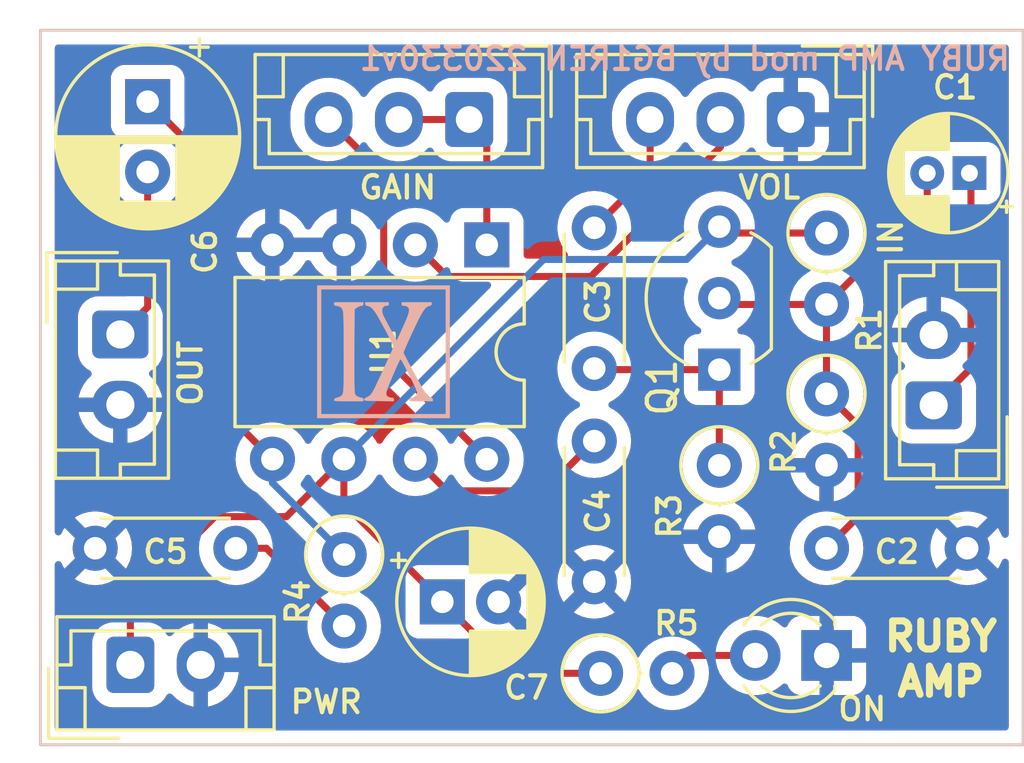
<source format=kicad_pcb>
(kicad_pcb (version 20211014) (generator pcbnew)
  (layers (0 "F.Cu" signal) (31 "B.Cu" signal) (34 "B.Paste" user) (35 "F.Paste" user) (36 "B.SilkS" user "B.Silkscreen") (37 "F.SilkS" user "F.Silkscreen") (38 "B.Mask" user) (39 "F.Mask" user) (44 "Edge.Cuts" user))
  (net 0 "")
  (net 1 "IN")
  (net 2 "Net-(C1-Pad2)")
  (net 3 "GND")
  (net 4 "Net-(C3-Pad1)")
  (net 5 "Net-(C3-Pad2)")
  (net 6 "Net-(C4-Pad1)")
  (net 7 "Net-(C5-Pad1)")
  (net 8 "Net-(C6-Pad1)")
  (net 9 "OUT")
  (net 10 "9V")
  (net 11 "Net-(RV1-Pad2)")
  (net 12 "Net-(RV2-Pad1)")
  (net 13 "Net-(RV2-Pad3)")
  (net 14 "Net-(D1-Pad2)")
  (footprint "Resistor_THT:R_Axial_DIN0207_L6.3mm_D2.5mm_P2.54mm_Vertical" (layer "F.Cu") (at 161.29 82.775 -90)
    (fp_text reference "R2" (at 2.061 1.524 90) (layer "F.SilkS") (effects (font (size 0.8 0.8))))
    (fp_text value "1M")
    (pad "1" thru_hole circle (at 0 0 270) (size 1.6 1.6) (drill 0.8) (layers *.Cu *.Mask) (net 2 "Net-(C1-Pad2)"))
    (pad "2" thru_hole oval (at 2.54 0 270) (size 1.6 1.6) (drill 0.8) (layers *.Cu *.Mask) (net 3 "GND"))
  )
  (footprint "Connector_JST:JST_EH_B2B-EH-A_1x02_P2.50mm_Vertical" (layer "F.Cu") (at 136.545 92.41)
    (fp_text reference "J1" hide)
    (fp_text value "PWR" (at 6.965 1.316) (layer "F.SilkS") (effects (font (size 0.8 0.8))))
    (pad "1" thru_hole roundrect (at 0 0) (size 1.7 2) (drill 1) (layers *.Cu *.Mask) (roundrect_rratio 0.1470588235) (net 10 "9V"))
    (pad "2" thru_hole oval (at 2.5 0) (size 1.7 2) (drill 1) (layers *.Cu *.Mask) (net 3 "GND"))
  )
  (footprint "Resistor_THT:R_Axial_DIN0207_L6.3mm_D2.5mm_P2.54mm_Vertical" (layer "F.Cu") (at 153.26 92.71)
    (fp_text reference "R5" (at 2.696 -1.778) (layer "F.SilkS") (effects (font (size 0.8 0.8))))
    (fp_text value "22K")
    (pad "1" thru_hole circle (at 0 0) (size 1.6 1.6) (drill 0.8) (layers *.Cu *.Mask) (net 10 "9V"))
    (pad "2" thru_hole oval (at 2.54 0) (size 1.6 1.6) (drill 0.8) (layers *.Cu *.Mask) (net 14 "Net-(D1-Pad2)"))
  )
  (footprint "Package_TO_SOT_THT:TO-92_Inline_Wide" (layer "F.Cu") (at 157.48 81.915 90)
    (fp_text reference "Q1" (at -0.635 -2.032 90) (layer "F.SilkS"))
    (fp_text value "2N7000")
    (pad "1" thru_hole rect (at 0 0 90) (size 1.5 1.5) (drill 0.8) (layers *.Cu *.Mask) (net 4 "Net-(C3-Pad1)"))
    (pad "2" thru_hole circle (at 2.54 0 90) (size 1.5 1.5) (drill 0.8) (layers *.Cu *.Mask) (net 2 "Net-(C1-Pad2)"))
    (pad "3" thru_hole circle (at 5.08 0 90) (size 1.5 1.5) (drill 0.8) (layers *.Cu *.Mask) (net 10 "9V"))
  )
  (footprint "Capacitor_THT:C_Disc_D4.3mm_W1.9mm_P5.00mm" (layer "F.Cu") (at 153.035 81.875 90)
    (fp_text reference "C3" (at 2.373 0.127 90) (layer "F.SilkS") (effects (font (size 0.8 0.8))))
    (fp_text value "47n")
    (pad "1" thru_hole circle (at 0 0 90) (size 1.6 1.6) (drill 0.8) (layers *.Cu *.Mask) (net 4 "Net-(C3-Pad1)"))
    (pad "2" thru_hole circle (at 5 0 90) (size 1.6 1.6) (drill 0.8) (layers *.Cu *.Mask) (net 5 "Net-(C3-Pad2)"))
  )
  (footprint "Capacitor_THT:CP_Radial_D4.0mm_P1.50mm" (layer "F.Cu") (at 166.37 74.93 180)
    (fp_text reference "C1" (at 0.508 3.048 180) (layer "F.SilkS") (effects (font (size 0.8 0.8))))
    (fp_text value "10u")
    (pad "1" thru_hole rect (at 0 0 180) (size 1.2 1.2) (drill 0.6) (layers *.Cu *.Mask) (net 1 "IN"))
    (pad "2" thru_hole circle (at 1.5 0 180) (size 1.2 1.2) (drill 0.6) (layers *.Cu *.Mask) (net 2 "Net-(C1-Pad2)"))
  )
  (footprint "Capacitor_THT:C_Disc_D4.3mm_W1.9mm_P5.00mm" (layer "F.Cu") (at 161.29 88.265)
    (fp_text reference "C2" (at 2.5 0.127) (layer "F.SilkS") (effects (font (size 0.8 0.8))))
    (fp_text value "330p")
    (pad "1" thru_hole circle (at 0 0) (size 1.6 1.6) (drill 0.8) (layers *.Cu *.Mask) (net 2 "Net-(C1-Pad2)"))
    (pad "2" thru_hole circle (at 5 0) (size 1.6 1.6) (drill 0.8) (layers *.Cu *.Mask) (net 3 "GND"))
  )
  (footprint "LED_THT:LED_D3.0mm" (layer "F.Cu") (at 161.295 92.075 180)
    (fp_text reference "D1" hide)
    (fp_text value "ON" (at -1.265 -1.905) (layer "F.SilkS") (effects (font (size 0.8 0.8))))
    (pad "1" thru_hole rect (at 0 0 180) (size 1.8 1.8) (drill 0.9) (layers *.Cu *.Mask) (net 3 "GND"))
    (pad "2" thru_hole circle (at 2.54 0 180) (size 1.8 1.8) (drill 0.9) (layers *.Cu *.Mask) (net 14 "Net-(D1-Pad2)"))
  )
  (footprint "Capacitor_THT:CP_Radial_D6.3mm_P2.50mm" (layer "F.Cu") (at 137.16 72.39 -90)
    (fp_text reference "C6" (at 5.334 -2.032 -270) (layer "F.SilkS") (effects (font (size 0.8 0.8))))
    (fp_text value "220u")
    (pad "1" thru_hole rect (at 0 0 270) (size 1.6 1.6) (drill 0.8) (layers *.Cu *.Mask) (net 8 "Net-(C6-Pad1)"))
    (pad "2" thru_hole circle (at 2.5 0 270) (size 1.6 1.6) (drill 0.8) (layers *.Cu *.Mask) (net 9 "OUT"))
  )
  (footprint "Capacitor_THT:CP_Radial_D5.0mm_P2.00mm" (layer "F.Cu") (at 147.634888 90.17)
    (fp_text reference "C7" (at 2.987112 3.048) (layer "F.SilkS") (effects (font (size 0.8 0.8))))
    (fp_text value "100u")
    (pad "1" thru_hole rect (at 0 0) (size 1.6 1.6) (drill 0.8) (layers *.Cu *.Mask) (net 10 "9V"))
    (pad "2" thru_hole circle (at 2 0) (size 1.6 1.6) (drill 0.8) (layers *.Cu *.Mask) (net 3 "GND"))
  )
  (footprint "Capacitor_THT:C_Disc_D4.3mm_W1.9mm_P5.00mm" (layer "F.Cu") (at 153.035 84.455 -90)
    (fp_text reference "C4" (at 2.5 -0.127 90) (layer "F.SilkS") (effects (font (size 0.8 0.8))))
    (fp_text value "100n")
    (pad "1" thru_hole circle (at 0 0 270) (size 1.6 1.6) (drill 0.8) (layers *.Cu *.Mask) (net 6 "Net-(C4-Pad1)"))
    (pad "2" thru_hole circle (at 5 0 270) (size 1.6 1.6) (drill 0.8) (layers *.Cu *.Mask) (net 3 "GND"))
  )
  (footprint "Connector_JST:JST_EH_B3B-EH-A_1x03_P2.50mm_Vertical" (layer "F.Cu") (at 148.59 73.025 180)
    (fp_text reference "RV2" hide)
    (fp_text value "1K")
    (pad "1" thru_hole roundrect (at 0 0 180) (size 1.7 1.95) (drill 0.95) (layers *.Cu *.Mask) (roundrect_rratio 0.1470588235) (net 12 "Net-(RV2-Pad1)"))
    (pad "2" thru_hole oval (at 2.5 0 180) (size 1.7 1.95) (drill 0.95) (layers *.Cu *.Mask) (net 12 "Net-(RV2-Pad1)"))
    (pad "3" thru_hole oval (at 5 0 180) (size 1.7 1.95) (drill 0.95) (layers *.Cu *.Mask) (net 13 "Net-(RV2-Pad3)"))
  )
  (footprint "Resistor_THT:R_Axial_DIN0207_L6.3mm_D2.5mm_P2.54mm_Vertical" (layer "F.Cu") (at 157.48 85.315 -90)
    (fp_text reference "R3" (at 1.807 1.778 90) (layer "F.SilkS") (effects (font (size 0.8 0.8))))
    (fp_text value "22K")
    (pad "1" thru_hole circle (at 0 0 270) (size 1.6 1.6) (drill 0.8) (layers *.Cu *.Mask) (net 4 "Net-(C3-Pad1)"))
    (pad "2" thru_hole oval (at 2.54 0 270) (size 1.6 1.6) (drill 0.8) (layers *.Cu *.Mask) (net 3 "GND"))
  )
  (footprint "Connector_JST:JST_EH_B2B-EH-A_1x02_P2.50mm_Vertical" (layer "F.Cu") (at 136.19 80.665 -90)
    (fp_text reference "J3" hide)
    (fp_text value "OUT" (at 1.377 -2.494 90) (layer "F.SilkS") (effects (font (size 0.8 0.8))))
    (pad "1" thru_hole roundrect (at 0 0 270) (size 1.7 2) (drill 1) (layers *.Cu *.Mask) (roundrect_rratio 0.1470588235) (net 9 "OUT"))
    (pad "2" thru_hole oval (at 2.5 0 270) (size 1.7 2) (drill 1) (layers *.Cu *.Mask) (net 3 "GND"))
  )
  (footprint "Connector_JST:JST_EH_B3B-EH-A_1x03_P2.50mm_Vertical" (layer "F.Cu") (at 160.02 73.025 180)
    (fp_text reference "RV1" hide)
    (fp_text value "10K")
    (pad "1" thru_hole roundrect (at 0 0 180) (size 1.7 1.95) (drill 0.95) (layers *.Cu *.Mask) (roundrect_rratio 0.1470588235) (net 3 "GND"))
    (pad "2" thru_hole oval (at 2.5 0 180) (size 1.7 1.95) (drill 0.95) (layers *.Cu *.Mask) (net 11 "Net-(RV1-Pad2)"))
    (pad "3" thru_hole oval (at 5 0 180) (size 1.7 1.95) (drill 0.95) (layers *.Cu *.Mask) (net 5 "Net-(C3-Pad2)"))
  )
  (footprint "Connector_JST:JST_EH_B2B-EH-A_1x02_P2.50mm_Vertical" (layer "F.Cu") (at 165.1 83.185 90)
    (fp_text reference "J2" hide)
    (fp_text value "IN" (at 5.969 -1.524 90) (layer "F.SilkS") (effects (font (size 0.8 0.8))))
    (pad "1" thru_hole roundrect (at 0 0 90) (size 1.7 2) (drill 1) (layers *.Cu *.Mask) (roundrect_rratio 0.1470588235) (net 1 "IN"))
    (pad "2" thru_hole oval (at 2.5 0 90) (size 1.7 2) (drill 1) (layers *.Cu *.Mask) (net 3 "GND"))
  )
  (footprint "Package_DIP:DIP-8_W7.62mm" (layer "F.Cu") (at 149.215 77.48 -90)
    (fp_text reference "U1" (at 3.8 3.673 90) (layer "F.SilkS") (effects (font (size 0.8 0.8))))
    (fp_text value "LM386")
    (pad "1" thru_hole rect (at 0 0 270) (size 1.6 1.6) (drill 0.8) (layers *.Cu *.Mask) (net 12 "Net-(RV2-Pad1)"))
    (pad "2" thru_hole oval (at 0 2.54 270) (size 1.6 1.6) (drill 0.8) (layers *.Cu *.Mask) (net 11 "Net-(RV1-Pad2)"))
    (pad "3" thru_hole oval (at 0 5.08 270) (size 1.6 1.6) (drill 0.8) (layers *.Cu *.Mask) (net 3 "GND"))
    (pad "4" thru_hole oval (at 0 7.62 270) (size 1.6 1.6) (drill 0.8) (layers *.Cu *.Mask) (net 3 "GND"))
    (pad "5" thru_hole oval (at 7.62 7.62 270) (size 1.6 1.6) (drill 0.8) (layers *.Cu *.Mask) (net 8 "Net-(C6-Pad1)"))
    (pad "6" thru_hole oval (at 7.62 5.08 270) (size 1.6 1.6) (drill 0.8) (layers *.Cu *.Mask) (net 10 "9V"))
    (pad "7" thru_hole oval (at 7.62 2.54 270) (size 1.6 1.6) (drill 0.8) (layers *.Cu *.Mask) (net 6 "Net-(C4-Pad1)"))
    (pad "8" thru_hole oval (at 7.62 0 270) (size 1.6 1.6) (drill 0.8) (layers *.Cu *.Mask) (net 13 "Net-(RV2-Pad3)"))
  )
  (footprint "Resistor_THT:R_Axial_DIN0207_L6.3mm_D2.5mm_P2.54mm_Vertical" (layer "F.Cu") (at 144.145 88.49 -90)
    (fp_text reference "R4" (at 1.68 1.651 90) (layer "F.SilkS") (effects (font (size 0.8 0.8))))
    (fp_text value "10")
    (pad "1" thru_hole circle (at 0 0 270) (size 1.6 1.6) (drill 0.8) (layers *.Cu *.Mask) (net 8 "Net-(C6-Pad1)"))
    (pad "2" thru_hole oval (at 2.54 0 270) (size 1.6 1.6) (drill 0.8) (layers *.Cu *.Mask) (net 7 "Net-(C5-Pad1)"))
  )
  (footprint "Capacitor_THT:C_Disc_D4.3mm_W1.9mm_P5.00mm" (layer "F.Cu") (at 140.295 88.265 180)
    (fp_text reference "C5" (at 2.5 -0.127) (layer "F.SilkS") (effects (font (size 0.8 0.8))))
    (fp_text value "47n")
    (pad "1" thru_hole circle (at 0 0 180) (size 1.6 1.6) (drill 0.8) (layers *.Cu *.Mask) (net 7 "Net-(C5-Pad1)"))
    (pad "2" thru_hole circle (at 5 0 180) (size 1.6 1.6) (drill 0.8) (layers *.Cu *.Mask) (net 3 "GND"))
  )
  (footprint "Resistor_THT:R_Axial_DIN0207_L6.3mm_D2.5mm_P2.54mm_Vertical" (layer "F.Cu") (at 161.29 77.06 -90)
    (fp_text reference "R1" (at 3.458 -1.524 90) (layer "F.SilkS") (effects (font (size 0.8 0.8))))
    (fp_text value "1M")
    (pad "1" thru_hole circle (at 0 0 270) (size 1.6 1.6) (drill 0.8) (layers *.Cu *.Mask) (net 10 "9V"))
    (pad "2" thru_hole oval (at 2.54 0 270) (size 1.6 1.6) (drill 0.8) (layers *.Cu *.Mask) (net 2 "Net-(C1-Pad2)"))
  )
  (footprint "xi:xi-logo-c-05_05" (layer "B.Cu") (at 145.542 81.28 180)
    (fp_text reference "G***" hide)
    (fp_text value "LOGO" hide)
  )
  (gr_rect (start 133.35 69.85) (end 168.275 95.25) (layer "B.SilkS") (width 0.1) (fill none))
  (gr_rect (start 133.35 69.85) (end 168.275 95.25) (layer "Edge.Cuts") (width 0.05) (fill none))
  (gr_text "RUBY AMP mod by BG1REN 220330v1\n" (at 167.894 70.866) (layer "B.SilkS") (effects (font (size 0.8 0.8)) (justify left mirror)))
  (gr_text "GAIN" (at 146.05 75.438) (layer "F.SilkS") (effects (font (size 0.8 0.8))))
  (gr_text "RUBY\nAMP" (at 165.354 92.202) (layer "F.SilkS") (effects (font (size 1 1) (thickness 0.25))))
  (gr_text "VOL" (at 159.258 75.438) (layer "F.SilkS") (effects (font (size 0.8 0.8))))
  (segment (start 166.42452 81.86048) (end 165.1 83.185) (width 0.25) (layer "F.Cu") (net 1))
  (segment (start 166.42452 74.98452) (end 166.42452 81.86048) (width 0.25) (layer "F.Cu") (net 1))
  (segment (start 166.37 74.93) (end 166.42452 74.98452) (width 0.25) (layer "F.Cu") (net 1))
  (segment (start 164.87 76.02) (end 161.29 79.6) (width 0.25) (layer "F.Cu") (net 2))
  (segment (start 161.29 79.6) (end 161.29 82.775) (width 0.25) (layer "F.Cu") (net 2))
  (segment (start 164.87 74.93) (end 164.87 76.02) (width 0.25) (layer "F.Cu") (net 2))
  (segment (start 157.705 79.6) (end 157.48 79.375) (width 0.25) (layer "F.Cu") (net 2))
  (segment (start 162.414511 87.140489) (end 162.414511 83.899511) (width 0.25) (layer "F.Cu") (net 2))
  (segment (start 162.414511 83.899511) (end 161.29 82.775) (width 0.25) (layer "F.Cu") (net 2))
  (segment (start 161.29 88.265) (end 162.414511 87.140489) (width 0.25) (layer "F.Cu") (net 2))
  (segment (start 161.29 79.6) (end 157.705 79.6) (width 0.25) (layer "F.Cu") (net 2))
  (segment (start 157.48 81.915) (end 157.48 85.315) (width 0.25) (layer "F.Cu") (net 4))
  (segment (start 157.48 81.915) (end 153.075 81.915) (width 0.25) (layer "F.Cu") (net 4))
  (segment (start 153.075 81.915) (end 153.035 81.875) (width 0.25) (layer "F.Cu") (net 4))
  (segment (start 155.02 73.025) (end 155.02 74.89) (width 0.25) (layer "F.Cu") (net 5))
  (segment (start 155.02 74.89) (end 153.035 76.875) (width 0.25) (layer "F.Cu") (net 5))
  (segment (start 153.035 84.455) (end 151.265489 86.224511) (width 0.25) (layer "F.Cu") (net 6))
  (segment (start 151.265489 86.224511) (end 147.799511 86.224511) (width 0.25) (layer "F.Cu") (net 6))
  (segment (start 147.799511 86.224511) (end 146.675 85.1) (width 0.25) (layer "F.Cu") (net 6))
  (segment (start 141.38 88.265) (end 140.295 88.265) (width 0.25) (layer "F.Cu") (net 7))
  (segment (start 144.145 91.03) (end 141.38 88.265) (width 0.25) (layer "F.Cu") (net 7))
  (segment (start 139.065 74.295) (end 137.16 72.39) (width 0.25) (layer "F.Cu") (net 8))
  (segment (start 141.595 85.1) (end 139.065 82.57) (width 0.25) (layer "F.Cu") (net 8))
  (segment (start 139.065 82.57) (end 139.065 74.295) (width 0.25) (layer "F.Cu") (net 8))
  (segment (start 144.145 88.49) (end 141.595 85.94) (width 0.25) (layer "B.Cu") (net 8))
  (segment (start 141.595 85.94) (end 141.595 85.1) (width 0.25) (layer "B.Cu") (net 8))
  (segment (start 137.16 74.89) (end 137.16 79.695) (width 0.25) (layer "F.Cu") (net 9))
  (segment (start 137.16 79.695) (end 136.19 80.665) (width 0.25) (layer "F.Cu") (net 9))
  (segment (start 150.174888 92.71) (end 147.634888 90.17) (width 0.25) (layer "F.Cu") (net 10))
  (segment (start 157.705 77.06) (end 157.48 76.835) (width 0.25) (layer "F.Cu") (net 10))
  (segment (start 144.135 85.1) (end 142.094511 87.140489) (width 0.25) (layer "F.Cu") (net 10))
  (segment (start 136.545 90.15) (end 136.545 92.41) (width 0.25) (layer "F.Cu") (net 10))
  (segment (start 153.26 92.71) (end 150.174888 92.71) (width 0.25) (layer "F.Cu") (net 10))
  (segment (start 144.135 86.670112) (end 147.634888 90.17) (width 0.25) (layer "F.Cu") (net 10))
  (segment (start 142.094511 87.140489) (end 139.554511 87.140489) (width 0.25) (layer "F.Cu") (net 10))
  (segment (start 161.29 77.06) (end 157.705 77.06) (width 0.25) (layer "F.Cu") (net 10))
  (segment (start 144.135 85.1) (end 144.135 86.670112) (width 0.25) (layer "F.Cu") (net 10))
  (segment (start 139.554511 87.140489) (end 136.545 90.15) (width 0.25) (layer "F.Cu") (net 10))
  (segment (start 151.235489 77.999511) (end 156.315489 77.999511) (width 0.25) (layer "B.Cu") (net 10))
  (segment (start 144.135 85.1) (end 151.235489 77.999511) (width 0.25) (layer "B.Cu") (net 10))
  (segment (start 156.315489 77.999511) (end 157.48 76.835) (width 0.25) (layer "B.Cu") (net 10))
  (segment (start 157.52 73.025) (end 157.52 74) (width 0.25) (layer "F.Cu") (net 11))
  (segment (start 157.52 74) (end 152.915489 78.604511) (width 0.25) (layer "F.Cu") (net 11))
  (segment (start 147.799511 78.604511) (end 146.675 77.48) (width 0.25) (layer "F.Cu") (net 11))
  (segment (start 152.915489 78.604511) (end 147.799511 78.604511) (width 0.25) (layer "F.Cu") (net 11))
  (segment (start 148.59 73.025) (end 149.215 73.65) (width 0.25) (layer "F.Cu") (net 12))
  (segment (start 146.09 73.025) (end 148.59 73.025) (width 0.25) (layer "F.Cu") (net 12))
  (segment (start 149.215 73.65) (end 149.215 77.48) (width 0.25) (layer "F.Cu") (net 12))
  (segment (start 145.550489 81.435489) (end 149.215 85.1) (width 0.25) (layer "F.Cu") (net 13))
  (segment (start 143.59 73.025) (end 145.550489 74.985489) (width 0.25) (layer "F.Cu") (net 13))
  (segment (start 145.550489 74.985489) (end 145.550489 81.435489) (width 0.25) (layer "F.Cu") (net 13))
  (segment (start 158.755 92.075) (end 156.435 92.075) (width 0.25) (layer "F.Cu") (net 14))
  (segment (start 156.435 92.075) (end 155.8 92.71) (width 0.25) (layer "F.Cu") (net 14))
  (zone (net 3) (net_name "GND") (layers F&B.Cu) (connect_pads (clearance 0.508)) (min_thickness 0.254) (fill yes (thermal_gap 0.508) (thermal_bridge_width 0.508))
    (polygon (pts (xy 168.275 95.25) (xy 133.35 95.25) (xy 133.35 69.85) (xy 168.275 69.85)))
  )
)
</source>
